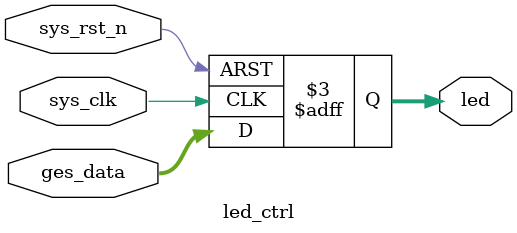
<source format=v>
module led_ctrl(
    input   wire        sys_clk     ,
    input   wire        sys_rst_n   ,
    input   wire [3: 0] ges_data     ,

    output  reg  [3: 0] led
);
always @(posedge sys_clk or negedge sys_rst_n)begin
    if(!sys_rst_n)begin
        led <= 4'b0000;
    end 
    else begin
        led <= ges_data;
    end
end 

endmodule
</source>
